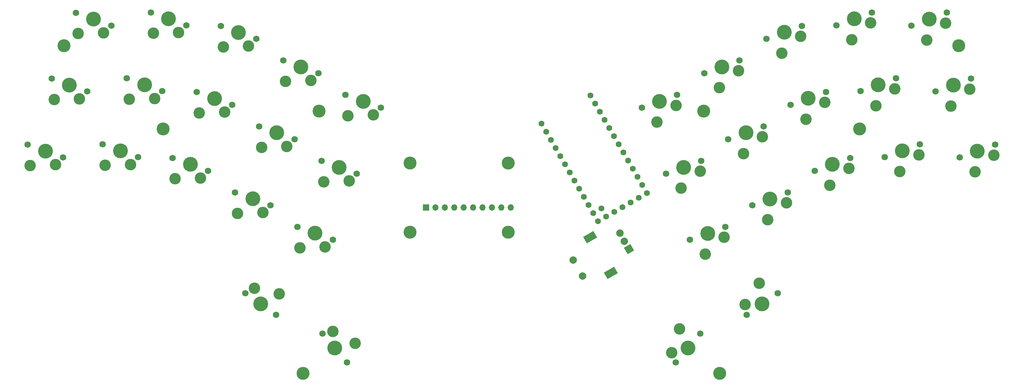
<source format=gts>
%TF.GenerationSoftware,KiCad,Pcbnew,7.0.1-0*%
%TF.CreationDate,2023-05-23T20:01:30-04:00*%
%TF.ProjectId,fidrildi4,66696472-696c-4646-9934-2e6b69636164,rev?*%
%TF.SameCoordinates,Original*%
%TF.FileFunction,Soldermask,Top*%
%TF.FilePolarity,Negative*%
%FSLAX46Y46*%
G04 Gerber Fmt 4.6, Leading zero omitted, Abs format (unit mm)*
G04 Created by KiCad (PCBNEW 7.0.1-0) date 2023-05-23 20:01:30*
%MOMM*%
%LPD*%
G01*
G04 APERTURE LIST*
G04 Aperture macros list*
%AMRotRect*
0 Rectangle, with rotation*
0 The origin of the aperture is its center*
0 $1 length*
0 $2 width*
0 $3 Rotation angle, in degrees counterclockwise*
0 Add horizontal line*
21,1,$1,$2,0,0,$3*%
G04 Aperture macros list end*
%ADD10C,3.500000*%
%ADD11C,1.750000*%
%ADD12C,3.100000*%
%ADD13C,4.000000*%
%ADD14RotRect,3.200000X2.000000X210.000000*%
%ADD15RotRect,2.000000X2.000000X210.000000*%
%ADD16C,2.000000*%
%ADD17R,1.700000X1.700000*%
%ADD18O,1.700000X1.700000*%
%ADD19C,1.600000*%
G04 APERTURE END LIST*
D10*
X158110000Y-126300000D03*
D11*
X102010000Y-103140000D03*
D12*
X99947859Y-105092454D03*
D13*
X97236361Y-101402538D03*
D12*
X93112079Y-105307445D03*
D11*
X92462722Y-99665076D03*
X159064639Y-186508494D03*
D12*
X161826732Y-185848690D03*
D13*
X162330000Y-190400000D03*
D12*
X167854186Y-189080392D03*
D11*
X165595361Y-194291506D03*
X261260000Y-139750000D03*
D12*
X260935321Y-142571185D03*
D13*
X256486361Y-141487462D03*
D12*
X255837004Y-147129832D03*
D11*
X251712722Y-143224924D03*
D10*
X266220000Y-197210000D03*
X330710000Y-108620000D03*
D14*
X236810481Y-170089743D03*
X231210481Y-160390258D03*
D15*
X241755672Y-163655064D03*
D16*
X239255672Y-159324937D03*
X240505672Y-161490000D03*
X226698304Y-166574937D03*
X229198304Y-170905064D03*
D11*
X128140000Y-142440000D03*
D12*
X126077859Y-144392454D03*
D13*
X123366361Y-140702538D03*
D12*
X119242079Y-144607445D03*
D11*
X118592722Y-138965076D03*
X288407278Y-103245076D03*
D12*
X288082599Y-106066261D03*
D13*
X283633639Y-104982538D03*
D12*
X282984282Y-110624908D03*
D11*
X278860000Y-106720000D03*
D10*
X303990000Y-131090000D03*
D11*
X340537278Y-135365076D03*
D12*
X340212599Y-138186261D03*
D13*
X335763639Y-137102538D03*
D12*
X335114282Y-142744908D03*
D11*
X330990000Y-138840000D03*
X168290000Y-143230000D03*
D12*
X166227859Y-145182454D03*
D13*
X163516361Y-141492538D03*
D12*
X159392079Y-145397445D03*
D11*
X158742722Y-139755076D03*
D10*
X89290000Y-108620000D03*
D11*
X95510000Y-120990000D03*
D12*
X93447859Y-122942454D03*
D13*
X90736361Y-119252538D03*
D12*
X86612079Y-123157445D03*
D11*
X85962722Y-117515076D03*
X141140000Y-106740000D03*
D12*
X139077859Y-108692454D03*
D13*
X136366361Y-105002538D03*
D12*
X132242079Y-108907445D03*
D11*
X131592722Y-103265076D03*
X144970000Y-151760000D03*
D12*
X142907859Y-153712454D03*
D13*
X140196361Y-150022538D03*
D12*
X136072079Y-153927445D03*
D11*
X135422722Y-148285076D03*
X109253639Y-138767462D03*
D12*
X107191498Y-140719916D03*
D13*
X104480000Y-137030000D03*
D12*
X100355718Y-140934907D03*
D11*
X99706361Y-135292538D03*
X134637278Y-124594924D03*
D12*
X132575137Y-126547378D03*
D13*
X129863639Y-122857462D03*
D12*
X125739357Y-126762369D03*
D11*
X125090000Y-121120000D03*
X301397278Y-138965076D03*
D12*
X301072599Y-141786261D03*
D13*
X296623639Y-140702538D03*
D12*
X295974282Y-146344908D03*
D11*
X291850000Y-142440000D03*
D10*
X182610000Y-140350000D03*
X182610000Y-159050000D03*
X209110000Y-140350000D03*
X209110000Y-159050000D03*
D17*
X186960000Y-152380000D03*
D18*
X189500000Y-152380000D03*
X192040000Y-152380000D03*
X194580000Y-152380000D03*
X197120000Y-152380000D03*
X199660000Y-152380000D03*
X202200000Y-152380000D03*
X204740000Y-152380000D03*
X207280000Y-152380000D03*
X209820000Y-152380000D03*
D11*
X138158708Y-175556232D03*
D12*
X140655915Y-174204028D03*
D13*
X142320000Y-178470000D03*
D12*
X147314414Y-175765592D03*
D11*
X146481292Y-181383768D03*
X327537278Y-99655076D03*
D12*
X327212599Y-102476261D03*
D13*
X322763639Y-101392538D03*
D12*
X322114282Y-107034908D03*
D11*
X317990000Y-103130000D03*
X334027278Y-117515076D03*
D12*
X333702599Y-120336261D03*
D13*
X329253639Y-119252538D03*
D12*
X328604282Y-124894908D03*
D11*
X324480000Y-120990000D03*
X267750000Y-157610000D03*
D12*
X267425321Y-160431185D03*
D13*
X262976361Y-159347462D03*
D12*
X262327004Y-164989832D03*
D11*
X258202722Y-161084924D03*
X151470000Y-133904924D03*
D12*
X149407859Y-135857378D03*
D13*
X146696361Y-132167462D03*
D12*
X142572079Y-136072369D03*
D11*
X141922722Y-130430000D03*
X89020000Y-138850000D03*
D12*
X86957859Y-140802454D03*
D13*
X84246361Y-137112538D03*
D12*
X80122079Y-141017445D03*
D11*
X79472722Y-135375076D03*
X273518708Y-181383768D03*
D12*
X273102147Y-178574680D03*
D13*
X277680000Y-178470000D03*
D12*
X276846878Y-172851823D03*
D11*
X281841292Y-175556232D03*
X278080000Y-130430000D03*
D12*
X277755321Y-133251185D03*
D13*
X273306361Y-132167462D03*
D12*
X272657004Y-137809832D03*
D11*
X268532722Y-133904924D03*
X320273639Y-135282538D03*
D12*
X319948960Y-138103723D03*
D13*
X315500000Y-137020000D03*
D12*
X314850643Y-142662370D03*
D11*
X310726361Y-138757462D03*
X284577278Y-148295076D03*
D12*
X284252599Y-151116261D03*
D13*
X279803639Y-150032538D03*
D12*
X279154282Y-155674908D03*
D11*
X275030000Y-151770000D03*
X271583639Y-112572538D03*
D12*
X271258960Y-115393723D03*
D13*
X266810000Y-114310000D03*
D12*
X266160643Y-119952370D03*
D11*
X262036361Y-116047462D03*
X254404639Y-194291506D03*
D12*
X253275226Y-191685949D03*
D13*
X257670000Y-190400000D03*
D12*
X255411175Y-185188886D03*
D11*
X260935361Y-186508494D03*
D19*
X218140886Y-129691773D03*
X219410886Y-131891477D03*
X220680886Y-134091182D03*
X221950886Y-136290886D03*
X223220886Y-138490591D03*
X224490886Y-140690295D03*
X225760886Y-142890000D03*
X227030886Y-145089705D03*
X228300886Y-147289409D03*
X229570886Y-149489114D03*
X230840886Y-151688818D03*
X232110886Y-153888523D03*
X233380886Y-156088227D03*
X235580591Y-154818227D03*
X237780295Y-153548227D03*
X239980000Y-152278227D03*
X242179705Y-151008227D03*
X244379409Y-149738227D03*
X246579114Y-148468227D03*
X245309114Y-146268523D03*
X244039114Y-144068818D03*
X242769114Y-141869114D03*
X241499114Y-139669409D03*
X240229114Y-137469705D03*
X238959114Y-135270000D03*
X237689114Y-133070295D03*
X236419114Y-130870591D03*
X235149114Y-128670886D03*
X233879114Y-126471182D03*
X232609114Y-124271477D03*
X231339114Y-122071773D03*
X234310591Y-152618523D03*
D11*
X294897278Y-121115076D03*
D12*
X294572599Y-123936261D03*
D13*
X290123639Y-122852538D03*
D12*
X289474282Y-128494908D03*
D11*
X285350000Y-124590000D03*
X313787278Y-117425076D03*
D12*
X313462599Y-120246261D03*
D13*
X309013639Y-119162538D03*
D12*
X308364282Y-124804908D03*
D11*
X304240000Y-120900000D03*
X174790000Y-125370000D03*
D12*
X172727859Y-127322454D03*
D13*
X170016361Y-123632538D03*
D12*
X165892079Y-127537445D03*
D11*
X165242722Y-121895076D03*
X157970000Y-116060000D03*
D12*
X155907859Y-118012454D03*
D13*
X153196361Y-114322538D03*
D12*
X149072079Y-118227445D03*
D11*
X148422722Y-112585076D03*
X307287278Y-99575076D03*
D12*
X306962599Y-102396261D03*
D13*
X302513639Y-101312538D03*
D12*
X301864282Y-106954908D03*
D11*
X297740000Y-103050000D03*
D10*
X261890000Y-126300000D03*
X116010000Y-131090000D03*
D11*
X122263639Y-103047462D03*
D12*
X120201498Y-104999916D03*
D13*
X117490000Y-101310000D03*
D12*
X113365718Y-105214907D03*
D11*
X112716361Y-99572538D03*
D10*
X153780000Y-197210000D03*
D11*
X115757278Y-120904924D03*
D12*
X113695137Y-122857378D03*
D13*
X110983639Y-119167462D03*
D12*
X106859357Y-123072369D03*
D11*
X106210000Y-117430000D03*
X161810000Y-161080000D03*
D12*
X159747859Y-163032454D03*
D13*
X157036361Y-159342538D03*
D12*
X152912079Y-163247445D03*
D11*
X152262722Y-157605076D03*
X254744679Y-121898815D03*
D12*
X254420000Y-124720000D03*
D13*
X249971040Y-123636277D03*
D12*
X249321683Y-129278647D03*
D11*
X245197401Y-125373739D03*
M02*

</source>
